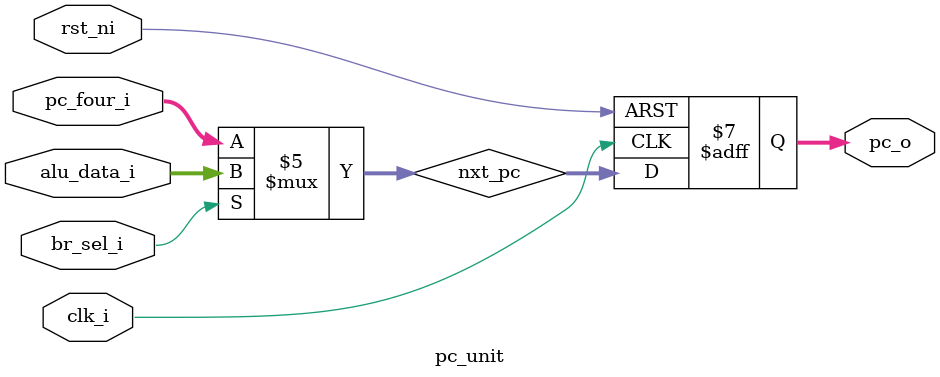
<source format=sv>
module pc_unit (
    input  logic         clk_i,
    input  logic         rst_ni,
    input  logic         br_sel_i,
    input  logic [31:0]  alu_data_i,
    input  logic [31:0]  pc_four_i,
    output logic [31:0]  pc_o
);

  logic [31:0] nxt_pc;

  always_comb begin
    if (br_sel_i) nxt_pc = alu_data_i;
    else nxt_pc = pc_four_i;
  end

  always_ff @(posedge clk_i or negedge rst_ni) begin
    if (!rst_ni) pc_o <= 0;
    else pc_o <= nxt_pc;
  end

endmodule

</source>
